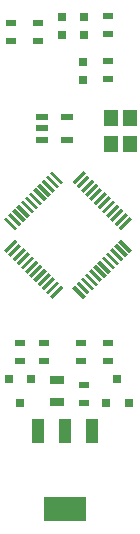
<source format=gbr>
G04 #@! TF.FileFunction,Paste,Bot*
%FSLAX46Y46*%
G04 Gerber Fmt 4.6, Leading zero omitted, Abs format (unit mm)*
G04 Created by KiCad (PCBNEW 4.0.0-rc1-stable) date 05/11/2015 13:36:28*
%MOMM*%
G01*
G04 APERTURE LIST*
%ADD10C,0.100000*%
%ADD11R,0.750000X0.800000*%
%ADD12R,1.300000X0.700000*%
%ADD13R,0.800100X0.800100*%
%ADD14R,3.657600X2.032000*%
%ADD15R,1.016000X2.032000*%
%ADD16R,0.900000X0.500000*%
%ADD17R,1.000760X0.599440*%
%ADD18R,1.200000X1.400000*%
G04 APERTURE END LIST*
D10*
D11*
X146812000Y-66814000D03*
X146812000Y-68314000D03*
X148590000Y-72124000D03*
X148590000Y-70624000D03*
D12*
X146431000Y-99375000D03*
X146431000Y-97475000D03*
D13*
X152461000Y-99425760D03*
X150561000Y-99425760D03*
X151511000Y-97426780D03*
D14*
X147066000Y-108458000D03*
D15*
X147066000Y-101854000D03*
X149352000Y-101854000D03*
X144780000Y-101854000D03*
D16*
X148463000Y-94373000D03*
X148463000Y-95873000D03*
X145288000Y-94373000D03*
X145288000Y-95873000D03*
X143256000Y-94373000D03*
X143256000Y-95873000D03*
X144780000Y-68822000D03*
X144780000Y-67322000D03*
X142494000Y-68822000D03*
X142494000Y-67322000D03*
X150749000Y-66687000D03*
X150749000Y-68187000D03*
X150749000Y-70497000D03*
X150749000Y-71997000D03*
D11*
X148717000Y-66814000D03*
X148717000Y-68314000D03*
D13*
X142306000Y-97424240D03*
X144206000Y-97424240D03*
X143256000Y-99423220D03*
D17*
X145120360Y-77152500D03*
X145120360Y-75247500D03*
X145120360Y-76200000D03*
X147233640Y-75247500D03*
X147233640Y-77152500D03*
D18*
X152565000Y-75354000D03*
X152565000Y-77554000D03*
X150965000Y-75354000D03*
X150965000Y-77554000D03*
D16*
X148717000Y-97929000D03*
X148717000Y-99429000D03*
X150749000Y-95873000D03*
X150749000Y-94373000D03*
D10*
G36*
X148769413Y-81788338D02*
X149688991Y-80868760D01*
X149900925Y-81080694D01*
X148981347Y-82000272D01*
X148769413Y-81788338D01*
X148769413Y-81788338D01*
G37*
G36*
X149123236Y-82142160D02*
X150042814Y-81222582D01*
X150254748Y-81434516D01*
X149335170Y-82354094D01*
X149123236Y-82142160D01*
X149123236Y-82142160D01*
G37*
G36*
X149477058Y-82495982D02*
X150396636Y-81576404D01*
X150608570Y-81788338D01*
X149688992Y-82707916D01*
X149477058Y-82495982D01*
X149477058Y-82495982D01*
G37*
G36*
X149829084Y-82848008D02*
X150748662Y-81928430D01*
X150960596Y-82140364D01*
X150041018Y-83059942D01*
X149829084Y-82848008D01*
X149829084Y-82848008D01*
G37*
G36*
X150182906Y-83201830D02*
X151102484Y-82282252D01*
X151314418Y-82494186D01*
X150394840Y-83413764D01*
X150182906Y-83201830D01*
X150182906Y-83201830D01*
G37*
G36*
X147707947Y-80726872D02*
X148627525Y-79807294D01*
X148839459Y-80019228D01*
X147919881Y-80938806D01*
X147707947Y-80726872D01*
X147707947Y-80726872D01*
G37*
G36*
X148061769Y-81080694D02*
X148981347Y-80161116D01*
X149193281Y-80373050D01*
X148273703Y-81292628D01*
X148061769Y-81080694D01*
X148061769Y-81080694D01*
G37*
G36*
X148415591Y-81434516D02*
X149335169Y-80514938D01*
X149547103Y-80726872D01*
X148627525Y-81646450D01*
X148415591Y-81434516D01*
X148415591Y-81434516D01*
G37*
G36*
X151598194Y-85816881D02*
X151810128Y-85604947D01*
X152729706Y-86524525D01*
X152517772Y-86736459D01*
X151598194Y-85816881D01*
X151598194Y-85816881D01*
G37*
G36*
X151244372Y-86170703D02*
X151456306Y-85958769D01*
X152375884Y-86878347D01*
X152163950Y-87090281D01*
X151244372Y-86170703D01*
X151244372Y-86170703D01*
G37*
G36*
X150890550Y-86524525D02*
X151102484Y-86312591D01*
X152022062Y-87232169D01*
X151810128Y-87444103D01*
X150890550Y-86524525D01*
X150890550Y-86524525D01*
G37*
G36*
X150536728Y-86878347D02*
X150748662Y-86666413D01*
X151668240Y-87585991D01*
X151456306Y-87797925D01*
X150536728Y-86878347D01*
X150536728Y-86878347D01*
G37*
G36*
X150182906Y-87232170D02*
X150394840Y-87020236D01*
X151314418Y-87939814D01*
X151102484Y-88151748D01*
X150182906Y-87232170D01*
X150182906Y-87232170D01*
G37*
G36*
X149829084Y-87585992D02*
X150041018Y-87374058D01*
X150960596Y-88293636D01*
X150748662Y-88505570D01*
X149829084Y-87585992D01*
X149829084Y-87585992D01*
G37*
G36*
X149477058Y-87938018D02*
X149688992Y-87726084D01*
X150608570Y-88645662D01*
X150396636Y-88857596D01*
X149477058Y-87938018D01*
X149477058Y-87938018D01*
G37*
G36*
X149123236Y-88291840D02*
X149335170Y-88079906D01*
X150254748Y-88999484D01*
X150042814Y-89211418D01*
X149123236Y-88291840D01*
X149123236Y-88291840D01*
G37*
G36*
X145800541Y-90414772D02*
X146720119Y-89495194D01*
X146932053Y-89707128D01*
X146012475Y-90626706D01*
X145800541Y-90414772D01*
X145800541Y-90414772D01*
G37*
G36*
X145446719Y-90060950D02*
X146366297Y-89141372D01*
X146578231Y-89353306D01*
X145658653Y-90272884D01*
X145446719Y-90060950D01*
X145446719Y-90060950D01*
G37*
G36*
X145092897Y-89707128D02*
X146012475Y-88787550D01*
X146224409Y-88999484D01*
X145304831Y-89919062D01*
X145092897Y-89707128D01*
X145092897Y-89707128D01*
G37*
G36*
X144739075Y-89353306D02*
X145658653Y-88433728D01*
X145870587Y-88645662D01*
X144951009Y-89565240D01*
X144739075Y-89353306D01*
X144739075Y-89353306D01*
G37*
G36*
X144385252Y-88999484D02*
X145304830Y-88079906D01*
X145516764Y-88291840D01*
X144597186Y-89211418D01*
X144385252Y-88999484D01*
X144385252Y-88999484D01*
G37*
G36*
X144031430Y-88645662D02*
X144951008Y-87726084D01*
X145162942Y-87938018D01*
X144243364Y-88857596D01*
X144031430Y-88645662D01*
X144031430Y-88645662D01*
G37*
G36*
X143679404Y-88293636D02*
X144598982Y-87374058D01*
X144810916Y-87585992D01*
X143891338Y-88505570D01*
X143679404Y-88293636D01*
X143679404Y-88293636D01*
G37*
G36*
X143325582Y-87939814D02*
X144245160Y-87020236D01*
X144457094Y-87232170D01*
X143537516Y-88151748D01*
X143325582Y-87939814D01*
X143325582Y-87939814D01*
G37*
G36*
X141910294Y-83909475D02*
X142122228Y-83697541D01*
X143041806Y-84617119D01*
X142829872Y-84829053D01*
X141910294Y-83909475D01*
X141910294Y-83909475D01*
G37*
G36*
X142264116Y-83555653D02*
X142476050Y-83343719D01*
X143395628Y-84263297D01*
X143183694Y-84475231D01*
X142264116Y-83555653D01*
X142264116Y-83555653D01*
G37*
G36*
X142617938Y-83201831D02*
X142829872Y-82989897D01*
X143749450Y-83909475D01*
X143537516Y-84121409D01*
X142617938Y-83201831D01*
X142617938Y-83201831D01*
G37*
G36*
X142971760Y-82848009D02*
X143183694Y-82636075D01*
X144103272Y-83555653D01*
X143891338Y-83767587D01*
X142971760Y-82848009D01*
X142971760Y-82848009D01*
G37*
G36*
X143325582Y-82494186D02*
X143537516Y-82282252D01*
X144457094Y-83201830D01*
X144245160Y-83413764D01*
X143325582Y-82494186D01*
X143325582Y-82494186D01*
G37*
G36*
X143679404Y-82140364D02*
X143891338Y-81928430D01*
X144810916Y-82848008D01*
X144598982Y-83059942D01*
X143679404Y-82140364D01*
X143679404Y-82140364D01*
G37*
G36*
X144031430Y-81788338D02*
X144243364Y-81576404D01*
X145162942Y-82495982D01*
X144951008Y-82707916D01*
X144031430Y-81788338D01*
X144031430Y-81788338D01*
G37*
G36*
X144385252Y-81434516D02*
X144597186Y-81222582D01*
X145516764Y-82142160D01*
X145304830Y-82354094D01*
X144385252Y-81434516D01*
X144385252Y-81434516D01*
G37*
G36*
X150536728Y-83555653D02*
X151456306Y-82636075D01*
X151668240Y-82848009D01*
X150748662Y-83767587D01*
X150536728Y-83555653D01*
X150536728Y-83555653D01*
G37*
G36*
X150890550Y-83909475D02*
X151810128Y-82989897D01*
X152022062Y-83201831D01*
X151102484Y-84121409D01*
X150890550Y-83909475D01*
X150890550Y-83909475D01*
G37*
G36*
X151244372Y-84263297D02*
X152163950Y-83343719D01*
X152375884Y-83555653D01*
X151456306Y-84475231D01*
X151244372Y-84263297D01*
X151244372Y-84263297D01*
G37*
G36*
X151598194Y-84617119D02*
X152517772Y-83697541D01*
X152729706Y-83909475D01*
X151810128Y-84829053D01*
X151598194Y-84617119D01*
X151598194Y-84617119D01*
G37*
G36*
X148769413Y-88645662D02*
X148981347Y-88433728D01*
X149900925Y-89353306D01*
X149688991Y-89565240D01*
X148769413Y-88645662D01*
X148769413Y-88645662D01*
G37*
G36*
X148415591Y-88999484D02*
X148627525Y-88787550D01*
X149547103Y-89707128D01*
X149335169Y-89919062D01*
X148415591Y-88999484D01*
X148415591Y-88999484D01*
G37*
G36*
X148061769Y-89353306D02*
X148273703Y-89141372D01*
X149193281Y-90060950D01*
X148981347Y-90272884D01*
X148061769Y-89353306D01*
X148061769Y-89353306D01*
G37*
G36*
X147707947Y-89707128D02*
X147919881Y-89495194D01*
X148839459Y-90414772D01*
X148627525Y-90626706D01*
X147707947Y-89707128D01*
X147707947Y-89707128D01*
G37*
G36*
X142971760Y-87585991D02*
X143891338Y-86666413D01*
X144103272Y-86878347D01*
X143183694Y-87797925D01*
X142971760Y-87585991D01*
X142971760Y-87585991D01*
G37*
G36*
X142617938Y-87232169D02*
X143537516Y-86312591D01*
X143749450Y-86524525D01*
X142829872Y-87444103D01*
X142617938Y-87232169D01*
X142617938Y-87232169D01*
G37*
G36*
X142264116Y-86878347D02*
X143183694Y-85958769D01*
X143395628Y-86170703D01*
X142476050Y-87090281D01*
X142264116Y-86878347D01*
X142264116Y-86878347D01*
G37*
G36*
X141910294Y-86524525D02*
X142829872Y-85604947D01*
X143041806Y-85816881D01*
X142122228Y-86736459D01*
X141910294Y-86524525D01*
X141910294Y-86524525D01*
G37*
G36*
X144739075Y-81080694D02*
X144951009Y-80868760D01*
X145870587Y-81788338D01*
X145658653Y-82000272D01*
X144739075Y-81080694D01*
X144739075Y-81080694D01*
G37*
G36*
X145092897Y-80726872D02*
X145304831Y-80514938D01*
X146224409Y-81434516D01*
X146012475Y-81646450D01*
X145092897Y-80726872D01*
X145092897Y-80726872D01*
G37*
G36*
X145446719Y-80373050D02*
X145658653Y-80161116D01*
X146578231Y-81080694D01*
X146366297Y-81292628D01*
X145446719Y-80373050D01*
X145446719Y-80373050D01*
G37*
G36*
X145800541Y-80019228D02*
X146012475Y-79807294D01*
X146932053Y-80726872D01*
X146720119Y-80938806D01*
X145800541Y-80019228D01*
X145800541Y-80019228D01*
G37*
M02*

</source>
